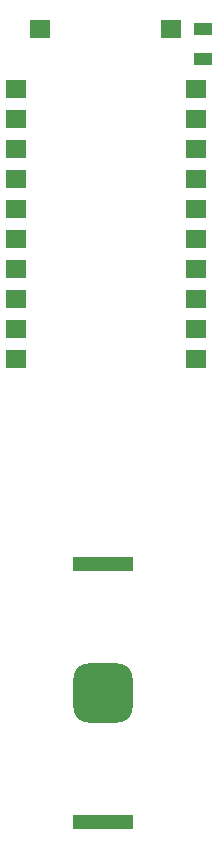
<source format=gbr>
%TF.GenerationSoftware,KiCad,Pcbnew,(6.0.8)*%
%TF.CreationDate,2023-02-14T17:54:26+07:00*%
%TF.ProjectId,dongle_256,646f6e67-6c65-45f3-9235-362e6b696361,rev?*%
%TF.SameCoordinates,Original*%
%TF.FileFunction,Paste,Top*%
%TF.FilePolarity,Positive*%
%FSLAX46Y46*%
G04 Gerber Fmt 4.6, Leading zero omitted, Abs format (unit mm)*
G04 Created by KiCad (PCBNEW (6.0.8)) date 2023-02-14 17:54:26*
%MOMM*%
%LPD*%
G01*
G04 APERTURE LIST*
G04 Aperture macros list*
%AMRoundRect*
0 Rectangle with rounded corners*
0 $1 Rounding radius*
0 $2 $3 $4 $5 $6 $7 $8 $9 X,Y pos of 4 corners*
0 Add a 4 corners polygon primitive as box body*
4,1,4,$2,$3,$4,$5,$6,$7,$8,$9,$2,$3,0*
0 Add four circle primitives for the rounded corners*
1,1,$1+$1,$2,$3*
1,1,$1+$1,$4,$5*
1,1,$1+$1,$6,$7*
1,1,$1+$1,$8,$9*
0 Add four rect primitives between the rounded corners*
20,1,$1+$1,$2,$3,$4,$5,0*
20,1,$1+$1,$4,$5,$6,$7,0*
20,1,$1+$1,$6,$7,$8,$9,0*
20,1,$1+$1,$8,$9,$2,$3,0*%
G04 Aperture macros list end*
%ADD10R,1.800000X1.524000*%
%ADD11R,5.100000X1.200000*%
%ADD12RoundRect,1.250000X1.250000X-1.250000X1.250000X1.250000X-1.250000X1.250000X-1.250000X-1.250000X0*%
%ADD13R,1.524000X1.000000*%
G04 APERTURE END LIST*
D10*
%TO.C,U1*%
X164020000Y-72595000D03*
X148780000Y-77675000D03*
X148780000Y-80215000D03*
X148780000Y-59895000D03*
X148780000Y-62435000D03*
X148780000Y-64975000D03*
X148780000Y-67515000D03*
X148780000Y-70055000D03*
X148780000Y-72595000D03*
X164020000Y-70055000D03*
X164020000Y-67515000D03*
X148780000Y-75135000D03*
X164020000Y-80215000D03*
X164020000Y-77675000D03*
X164020000Y-75135000D03*
X148780000Y-82755000D03*
X164020000Y-82755000D03*
X164020000Y-64975000D03*
X164020000Y-62435000D03*
X161960000Y-54815000D03*
X150840000Y-54815000D03*
X164020000Y-59895000D03*
%TD*%
D11*
%TO.C,BT1*%
X156150000Y-100150000D03*
X156150000Y-121950000D03*
D12*
X156150000Y-111050000D03*
%TD*%
D13*
%TO.C,J1*%
X164600000Y-54850000D03*
X164600000Y-57390000D03*
%TD*%
M02*

</source>
